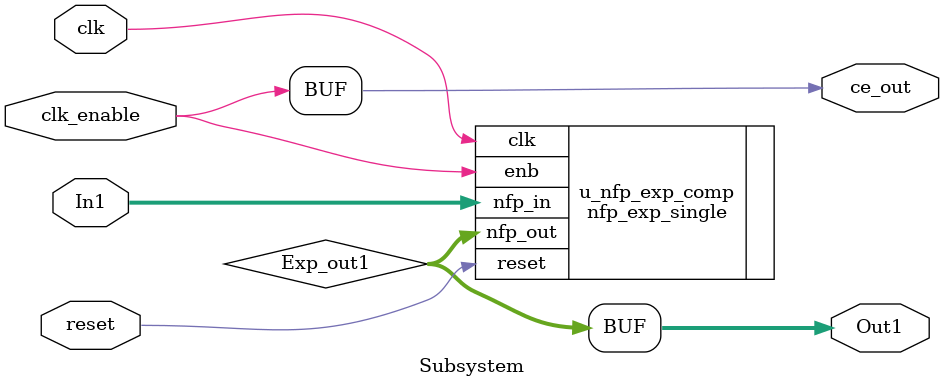
<source format=v>



`timescale 1 ns / 1 ns

module Subsystem
          (clk,
           reset,
           clk_enable,
           In1,
           ce_out,
           Out1);


  input   clk;
  input   reset;
  input   clk_enable;
  input   [31:0] In1;  // single
  output  ce_out;
  output  [31:0] Out1;  // single


  wire [31:0] Exp_out1;  // ufix32


  nfp_exp_single u_nfp_exp_comp (.clk(clk),
                                 .reset(reset),
                                 .enb(clk_enable),
                                 .nfp_in(In1),  // single
                                 .nfp_out(Exp_out1)  // single
                                 );

  assign Out1 = Exp_out1;

  assign ce_out = clk_enable;

endmodule  // Subsystem
</source>
